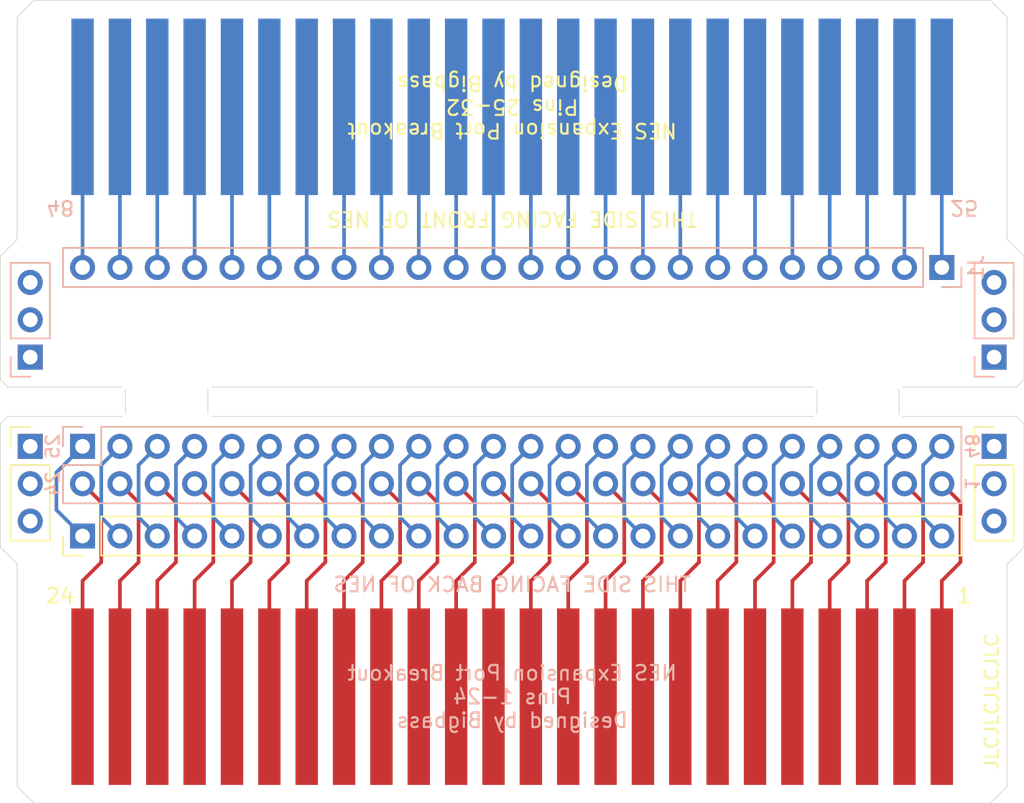
<source format=kicad_pcb>
(kicad_pcb (version 20171130) (host pcbnew 5.1.10-88a1d61d58~88~ubuntu20.04.1)

  (general
    (thickness 1.6)
    (drawings 45)
    (tracks 192)
    (zones 0)
    (modules 11)
    (nets 55)
  )

  (page A4)
  (layers
    (0 F.Cu signal)
    (31 B.Cu signal)
    (32 B.Adhes user)
    (33 F.Adhes user)
    (34 B.Paste user)
    (35 F.Paste user)
    (36 B.SilkS user)
    (37 F.SilkS user)
    (38 B.Mask user)
    (39 F.Mask user)
    (40 Dwgs.User user)
    (41 Cmts.User user)
    (42 Eco1.User user)
    (43 Eco2.User user)
    (44 Edge.Cuts user)
    (45 Margin user)
    (46 B.CrtYd user)
    (47 F.CrtYd user)
    (48 B.Fab user hide)
    (49 F.Fab user hide)
  )

  (setup
    (last_trace_width 0.25)
    (trace_clearance 0.2)
    (zone_clearance 0.508)
    (zone_45_only no)
    (trace_min 0.2)
    (via_size 0.8)
    (via_drill 0.4)
    (via_min_size 0.4)
    (via_min_drill 0.3)
    (uvia_size 0.3)
    (uvia_drill 0.1)
    (uvias_allowed no)
    (uvia_min_size 0.2)
    (uvia_min_drill 0.1)
    (edge_width 0.05)
    (segment_width 0.2)
    (pcb_text_width 0.3)
    (pcb_text_size 1.5 1.5)
    (mod_edge_width 0.12)
    (mod_text_size 1 1)
    (mod_text_width 0.15)
    (pad_size 1.524 1.524)
    (pad_drill 0.762)
    (pad_to_mask_clearance 0)
    (aux_axis_origin 99.822 58.166)
    (grid_origin 99.822 58.166)
    (visible_elements FFFFE77F)
    (pcbplotparams
      (layerselection 0x010fc_ffffffff)
      (usegerberextensions true)
      (usegerberattributes true)
      (usegerberadvancedattributes false)
      (creategerberjobfile false)
      (excludeedgelayer true)
      (linewidth 0.100000)
      (plotframeref false)
      (viasonmask false)
      (mode 1)
      (useauxorigin false)
      (hpglpennumber 1)
      (hpglpenspeed 20)
      (hpglpendiameter 15.000000)
      (psnegative false)
      (psa4output false)
      (plotreference true)
      (plotvalue false)
      (plotinvisibletext false)
      (padsonsilk false)
      (subtractmaskfromsilk true)
      (outputformat 1)
      (mirror false)
      (drillshape 0)
      (scaleselection 1)
      (outputdirectory "output"))
  )

  (net 0 "")
  (net 1 EXP01)
  (net 2 EXP02)
  (net 3 EXP03)
  (net 4 EXP04)
  (net 5 EXP05)
  (net 6 EXP06)
  (net 7 EXP07)
  (net 8 EXP08)
  (net 9 EXP09)
  (net 10 EXP10)
  (net 11 EXP11)
  (net 12 EXP12)
  (net 13 EXP13)
  (net 14 EXP14)
  (net 15 EXP15)
  (net 16 EXP16)
  (net 17 EXP17)
  (net 18 EXP18)
  (net 19 EXP19)
  (net 20 EXP20)
  (net 21 EXP21)
  (net 22 EXP22)
  (net 23 EXP23)
  (net 24 EXP24)
  (net 25 EXP48)
  (net 26 EXP47)
  (net 27 EXP46)
  (net 28 EXP45)
  (net 29 EXP44)
  (net 30 EXP43)
  (net 31 EXP42)
  (net 32 EXP41)
  (net 33 EXP40)
  (net 34 EXP39)
  (net 35 EXP38)
  (net 36 EXP37)
  (net 37 EXP36)
  (net 38 EXP35)
  (net 39 EXP34)
  (net 40 EXP33)
  (net 41 EXP32)
  (net 42 EXP31)
  (net 43 EXP30)
  (net 44 EXP29)
  (net 45 EXP28)
  (net 46 EXP27)
  (net 47 EXP26)
  (net 48 EXP25)
  (net 49 "Net-(J5-Pad3)")
  (net 50 "Net-(J5-Pad2)")
  (net 51 "Net-(J5-Pad1)")
  (net 52 "Net-(J6-Pad3)")
  (net 53 "Net-(J6-Pad2)")
  (net 54 "Net-(J6-Pad1)")

  (net_class Default "This is the default net class."
    (clearance 0.2)
    (trace_width 0.25)
    (via_dia 0.8)
    (via_drill 0.4)
    (uvia_dia 0.3)
    (uvia_drill 0.1)
    (add_net EXP01)
    (add_net EXP02)
    (add_net EXP03)
    (add_net EXP04)
    (add_net EXP05)
    (add_net EXP06)
    (add_net EXP07)
    (add_net EXP08)
    (add_net EXP09)
    (add_net EXP10)
    (add_net EXP11)
    (add_net EXP12)
    (add_net EXP13)
    (add_net EXP14)
    (add_net EXP15)
    (add_net EXP16)
    (add_net EXP17)
    (add_net EXP18)
    (add_net EXP19)
    (add_net EXP20)
    (add_net EXP21)
    (add_net EXP22)
    (add_net EXP23)
    (add_net EXP24)
    (add_net EXP25)
    (add_net EXP26)
    (add_net EXP27)
    (add_net EXP28)
    (add_net EXP29)
    (add_net EXP30)
    (add_net EXP31)
    (add_net EXP32)
    (add_net EXP33)
    (add_net EXP34)
    (add_net EXP35)
    (add_net EXP36)
    (add_net EXP37)
    (add_net EXP38)
    (add_net EXP39)
    (add_net EXP40)
    (add_net EXP41)
    (add_net EXP42)
    (add_net EXP43)
    (add_net EXP44)
    (add_net EXP45)
    (add_net EXP46)
    (add_net EXP47)
    (add_net EXP48)
    (add_net "Net-(J5-Pad1)")
    (add_net "Net-(J5-Pad2)")
    (add_net "Net-(J5-Pad3)")
    (add_net "Net-(J6-Pad1)")
    (add_net "Net-(J6-Pad2)")
    (add_net "Net-(J6-Pad3)")
  )

  (module nes-expansion-port:BreakawayTab_W5.00mm_P0.80mm_D0.50mm (layer F.Cu) (tedit 60D3A857) (tstamp 60D40C99)
    (at 160.422 58.266 180)
    (fp_text reference REF** (at 2.8 1.1) (layer F.SilkS) hide
      (effects (font (size 1 1) (thickness 0.15)))
    )
    (fp_text value BreakawayTab_W5.00mm_P0.80mm_D0.50mm (at 0 -1.5) (layer F.Fab)
      (effects (font (size 1 1) (thickness 0.15)))
    )
    (fp_line (start 6 0.1) (end -0.3 0.1) (layer Dwgs.User) (width 0.12))
    (fp_line (start -0.3 2.1) (end 6 2.1) (layer Dwgs.User) (width 0.12))
    (pad "" np_thru_hole circle (at 0 0 180) (size 0.5 0.5) (drill 0.5) (layers *.Cu *.Mask))
    (pad "" np_thru_hole circle (at 0.8 0 180) (size 0.5 0.5) (drill 0.5) (layers *.Cu *.Mask))
    (pad "" np_thru_hole circle (at 1.6 0 180) (size 0.5 0.5) (drill 0.5) (layers *.Cu *.Mask))
    (pad "" np_thru_hole circle (at 2.4 0 180) (size 0.5 0.5) (drill 0.5) (layers *.Cu *.Mask))
    (pad "" np_thru_hole circle (at 3.2 0 180) (size 0.5 0.5) (drill 0.5) (layers *.Cu *.Mask))
    (pad "" np_thru_hole circle (at 4 0 180) (size 0.5 0.5) (drill 0.5) (layers *.Cu *.Mask))
    (pad "" np_thru_hole circle (at 4.8 0 180) (size 0.5 0.5) (drill 0.5) (layers *.Cu *.Mask))
    (pad "" np_thru_hole circle (at 5.6 0 180) (size 0.5 0.5) (drill 0.5) (layers *.Cu *.Mask))
    (pad "" np_thru_hole circle (at 5.6 2.2 180) (size 0.5 0.5) (drill 0.5) (layers *.Cu *.Mask))
    (pad "" np_thru_hole circle (at 4.8 2.2 180) (size 0.5 0.5) (drill 0.5) (layers *.Cu *.Mask))
    (pad "" np_thru_hole circle (at 4 2.2 180) (size 0.5 0.5) (drill 0.5) (layers *.Cu *.Mask))
    (pad "" np_thru_hole circle (at 3.2 2.2 180) (size 0.5 0.5) (drill 0.5) (layers *.Cu *.Mask))
    (pad "" np_thru_hole circle (at 0 2.2 180) (size 0.5 0.5) (drill 0.5) (layers *.Cu *.Mask))
    (pad "" np_thru_hole circle (at 0.8 2.2 180) (size 0.5 0.5) (drill 0.5) (layers *.Cu *.Mask))
    (pad "" np_thru_hole circle (at 1.6 2.2 180) (size 0.5 0.5) (drill 0.5) (layers *.Cu *.Mask))
    (pad "" np_thru_hole circle (at 2.4 2.2 180) (size 0.5 0.5) (drill 0.5) (layers *.Cu *.Mask))
  )

  (module nes-expansion-port:BreakawayTab_W5.00mm_P0.80mm_D0.50mm (layer F.Cu) (tedit 60D3A857) (tstamp 60D40BEF)
    (at 107.822 56.066)
    (fp_text reference REF** (at 2.8 1.1) (layer F.SilkS) hide
      (effects (font (size 1 1) (thickness 0.15)))
    )
    (fp_text value BreakawayTab_W5.00mm_P0.80mm_D0.50mm (at 0 -1.5) (layer F.Fab)
      (effects (font (size 1 1) (thickness 0.15)))
    )
    (fp_line (start 6 0.1) (end -0.3 0.1) (layer Dwgs.User) (width 0.12))
    (fp_line (start -0.3 2.1) (end 6 2.1) (layer Dwgs.User) (width 0.12))
    (pad "" np_thru_hole circle (at 0 0) (size 0.5 0.5) (drill 0.5) (layers *.Cu *.Mask))
    (pad "" np_thru_hole circle (at 0.8 0) (size 0.5 0.5) (drill 0.5) (layers *.Cu *.Mask))
    (pad "" np_thru_hole circle (at 1.6 0) (size 0.5 0.5) (drill 0.5) (layers *.Cu *.Mask))
    (pad "" np_thru_hole circle (at 2.4 0) (size 0.5 0.5) (drill 0.5) (layers *.Cu *.Mask))
    (pad "" np_thru_hole circle (at 3.2 0) (size 0.5 0.5) (drill 0.5) (layers *.Cu *.Mask))
    (pad "" np_thru_hole circle (at 4 0) (size 0.5 0.5) (drill 0.5) (layers *.Cu *.Mask))
    (pad "" np_thru_hole circle (at 4.8 0) (size 0.5 0.5) (drill 0.5) (layers *.Cu *.Mask))
    (pad "" np_thru_hole circle (at 5.6 0) (size 0.5 0.5) (drill 0.5) (layers *.Cu *.Mask))
    (pad "" np_thru_hole circle (at 5.6 2.2) (size 0.5 0.5) (drill 0.5) (layers *.Cu *.Mask))
    (pad "" np_thru_hole circle (at 4.8 2.2) (size 0.5 0.5) (drill 0.5) (layers *.Cu *.Mask))
    (pad "" np_thru_hole circle (at 4 2.2) (size 0.5 0.5) (drill 0.5) (layers *.Cu *.Mask))
    (pad "" np_thru_hole circle (at 3.2 2.2) (size 0.5 0.5) (drill 0.5) (layers *.Cu *.Mask))
    (pad "" np_thru_hole circle (at 0 2.2) (size 0.5 0.5) (drill 0.5) (layers *.Cu *.Mask))
    (pad "" np_thru_hole circle (at 0.8 2.2) (size 0.5 0.5) (drill 0.5) (layers *.Cu *.Mask))
    (pad "" np_thru_hole circle (at 1.6 2.2) (size 0.5 0.5) (drill 0.5) (layers *.Cu *.Mask))
    (pad "" np_thru_hole circle (at 2.4 2.2) (size 0.5 0.5) (drill 0.5) (layers *.Cu *.Mask))
  )

  (module Connector_PinHeader_2.54mm:PinHeader_1x24_P2.54mm_Vertical (layer B.Cu) (tedit 59FED5CC) (tstamp 60D40E07)
    (at 163.322 48.036 90)
    (descr "Through hole straight pin header, 1x24, 2.54mm pitch, single row")
    (tags "Through hole pin header THT 1x24 2.54mm single row")
    (path /60D76D30)
    (fp_text reference J1 (at 0 2.33 270) (layer B.SilkS)
      (effects (font (size 1 1) (thickness 0.15)) (justify mirror))
    )
    (fp_text value Bridge_Connector (at 0 -60.75 270) (layer B.Fab)
      (effects (font (size 1 1) (thickness 0.15)) (justify mirror))
    )
    (fp_line (start -0.635 1.27) (end 1.27 1.27) (layer B.Fab) (width 0.1))
    (fp_line (start 1.27 1.27) (end 1.27 -59.69) (layer B.Fab) (width 0.1))
    (fp_line (start 1.27 -59.69) (end -1.27 -59.69) (layer B.Fab) (width 0.1))
    (fp_line (start -1.27 -59.69) (end -1.27 0.635) (layer B.Fab) (width 0.1))
    (fp_line (start -1.27 0.635) (end -0.635 1.27) (layer B.Fab) (width 0.1))
    (fp_line (start -1.33 -59.75) (end 1.33 -59.75) (layer B.SilkS) (width 0.12))
    (fp_line (start -1.33 -1.27) (end -1.33 -59.75) (layer B.SilkS) (width 0.12))
    (fp_line (start 1.33 -1.27) (end 1.33 -59.75) (layer B.SilkS) (width 0.12))
    (fp_line (start -1.33 -1.27) (end 1.33 -1.27) (layer B.SilkS) (width 0.12))
    (fp_line (start -1.33 0) (end -1.33 1.33) (layer B.SilkS) (width 0.12))
    (fp_line (start -1.33 1.33) (end 0 1.33) (layer B.SilkS) (width 0.12))
    (fp_line (start -1.8 1.8) (end -1.8 -60.2) (layer B.CrtYd) (width 0.05))
    (fp_line (start -1.8 -60.2) (end 1.8 -60.2) (layer B.CrtYd) (width 0.05))
    (fp_line (start 1.8 -60.2) (end 1.8 1.8) (layer B.CrtYd) (width 0.05))
    (fp_line (start 1.8 1.8) (end -1.8 1.8) (layer B.CrtYd) (width 0.05))
    (fp_text user %R (at 0 -29.21) (layer B.Fab)
      (effects (font (size 1 1) (thickness 0.15)) (justify mirror))
    )
    (pad 24 thru_hole oval (at 0 -58.42 90) (size 1.7 1.7) (drill 1) (layers *.Cu *.Mask)
      (net 48 EXP25))
    (pad 23 thru_hole oval (at 0 -55.88 90) (size 1.7 1.7) (drill 1) (layers *.Cu *.Mask)
      (net 47 EXP26))
    (pad 22 thru_hole oval (at 0 -53.34 90) (size 1.7 1.7) (drill 1) (layers *.Cu *.Mask)
      (net 46 EXP27))
    (pad 21 thru_hole oval (at 0 -50.8 90) (size 1.7 1.7) (drill 1) (layers *.Cu *.Mask)
      (net 45 EXP28))
    (pad 20 thru_hole oval (at 0 -48.26 90) (size 1.7 1.7) (drill 1) (layers *.Cu *.Mask)
      (net 44 EXP29))
    (pad 19 thru_hole oval (at 0 -45.72 90) (size 1.7 1.7) (drill 1) (layers *.Cu *.Mask)
      (net 43 EXP30))
    (pad 18 thru_hole oval (at 0 -43.18 90) (size 1.7 1.7) (drill 1) (layers *.Cu *.Mask)
      (net 42 EXP31))
    (pad 17 thru_hole oval (at 0 -40.64 90) (size 1.7 1.7) (drill 1) (layers *.Cu *.Mask)
      (net 41 EXP32))
    (pad 16 thru_hole oval (at 0 -38.1 90) (size 1.7 1.7) (drill 1) (layers *.Cu *.Mask)
      (net 40 EXP33))
    (pad 15 thru_hole oval (at 0 -35.56 90) (size 1.7 1.7) (drill 1) (layers *.Cu *.Mask)
      (net 39 EXP34))
    (pad 14 thru_hole oval (at 0 -33.02 90) (size 1.7 1.7) (drill 1) (layers *.Cu *.Mask)
      (net 38 EXP35))
    (pad 13 thru_hole oval (at 0 -30.48 90) (size 1.7 1.7) (drill 1) (layers *.Cu *.Mask)
      (net 37 EXP36))
    (pad 12 thru_hole oval (at 0 -27.94 90) (size 1.7 1.7) (drill 1) (layers *.Cu *.Mask)
      (net 36 EXP37))
    (pad 11 thru_hole oval (at 0 -25.4 90) (size 1.7 1.7) (drill 1) (layers *.Cu *.Mask)
      (net 35 EXP38))
    (pad 10 thru_hole oval (at 0 -22.86 90) (size 1.7 1.7) (drill 1) (layers *.Cu *.Mask)
      (net 34 EXP39))
    (pad 9 thru_hole oval (at 0 -20.32 90) (size 1.7 1.7) (drill 1) (layers *.Cu *.Mask)
      (net 33 EXP40))
    (pad 8 thru_hole oval (at 0 -17.78 90) (size 1.7 1.7) (drill 1) (layers *.Cu *.Mask)
      (net 32 EXP41))
    (pad 7 thru_hole oval (at 0 -15.24 90) (size 1.7 1.7) (drill 1) (layers *.Cu *.Mask)
      (net 31 EXP42))
    (pad 6 thru_hole oval (at 0 -12.7 90) (size 1.7 1.7) (drill 1) (layers *.Cu *.Mask)
      (net 30 EXP43))
    (pad 5 thru_hole oval (at 0 -10.16 90) (size 1.7 1.7) (drill 1) (layers *.Cu *.Mask)
      (net 29 EXP44))
    (pad 4 thru_hole oval (at 0 -7.62 90) (size 1.7 1.7) (drill 1) (layers *.Cu *.Mask)
      (net 28 EXP45))
    (pad 3 thru_hole oval (at 0 -5.08 90) (size 1.7 1.7) (drill 1) (layers *.Cu *.Mask)
      (net 27 EXP46))
    (pad 2 thru_hole oval (at 0 -2.54 90) (size 1.7 1.7) (drill 1) (layers *.Cu *.Mask)
      (net 26 EXP47))
    (pad 1 thru_hole rect (at 0 0 90) (size 1.7 1.7) (drill 1) (layers *.Cu *.Mask)
      (net 25 EXP48))
    (model ${KISYS3DMOD}/Connector_PinHeader_2.54mm.3dshapes/PinHeader_1x24_P2.54mm_Vertical.wrl
      (at (xyz 0 0 0))
      (scale (xyz 1 1 1))
      (rotate (xyz 0 0 0))
    )
  )

  (module Connector_PinHeader_2.54mm:PinHeader_1x03_P2.54mm_Vertical (layer B.Cu) (tedit 59FED5CC) (tstamp 60D40E73)
    (at 101.346 54.132)
    (descr "Through hole straight pin header, 1x03, 2.54mm pitch, single row")
    (tags "Through hole pin header THT 1x03 2.54mm single row")
    (path /60EE6FBD)
    (fp_text reference J5 (at 0 2.33) (layer B.SilkS) hide
      (effects (font (size 1 1) (thickness 0.15)) (justify mirror))
    )
    (fp_text value Supports (at 0 -7.41) (layer B.Fab)
      (effects (font (size 1 1) (thickness 0.15)) (justify mirror))
    )
    (fp_line (start 1.8 1.8) (end -1.8 1.8) (layer B.CrtYd) (width 0.05))
    (fp_line (start 1.8 -6.85) (end 1.8 1.8) (layer B.CrtYd) (width 0.05))
    (fp_line (start -1.8 -6.85) (end 1.8 -6.85) (layer B.CrtYd) (width 0.05))
    (fp_line (start -1.8 1.8) (end -1.8 -6.85) (layer B.CrtYd) (width 0.05))
    (fp_line (start -1.33 1.33) (end 0 1.33) (layer B.SilkS) (width 0.12))
    (fp_line (start -1.33 0) (end -1.33 1.33) (layer B.SilkS) (width 0.12))
    (fp_line (start -1.33 -1.27) (end 1.33 -1.27) (layer B.SilkS) (width 0.12))
    (fp_line (start 1.33 -1.27) (end 1.33 -6.41) (layer B.SilkS) (width 0.12))
    (fp_line (start -1.33 -1.27) (end -1.33 -6.41) (layer B.SilkS) (width 0.12))
    (fp_line (start -1.33 -6.41) (end 1.33 -6.41) (layer B.SilkS) (width 0.12))
    (fp_line (start -1.27 0.635) (end -0.635 1.27) (layer B.Fab) (width 0.1))
    (fp_line (start -1.27 -6.35) (end -1.27 0.635) (layer B.Fab) (width 0.1))
    (fp_line (start 1.27 -6.35) (end -1.27 -6.35) (layer B.Fab) (width 0.1))
    (fp_line (start 1.27 1.27) (end 1.27 -6.35) (layer B.Fab) (width 0.1))
    (fp_line (start -0.635 1.27) (end 1.27 1.27) (layer B.Fab) (width 0.1))
    (fp_text user %R (at 0 -2.54 270) (layer B.Fab)
      (effects (font (size 1 1) (thickness 0.15)) (justify mirror))
    )
    (pad 1 thru_hole rect (at 0 0) (size 1.7 1.7) (drill 1) (layers *.Cu *.Mask)
      (net 51 "Net-(J5-Pad1)"))
    (pad 2 thru_hole oval (at 0 -2.54) (size 1.7 1.7) (drill 1) (layers *.Cu *.Mask)
      (net 50 "Net-(J5-Pad2)"))
    (pad 3 thru_hole oval (at 0 -5.08) (size 1.7 1.7) (drill 1) (layers *.Cu *.Mask)
      (net 49 "Net-(J5-Pad3)"))
    (model ${KISYS3DMOD}/Connector_PinHeader_2.54mm.3dshapes/PinHeader_1x03_P2.54mm_Vertical.wrl
      (at (xyz 0 0 0))
      (scale (xyz 1 1 1))
      (rotate (xyz 0 0 0))
    )
  )

  (module Connector_PinHeader_2.54mm:PinHeader_1x03_P2.54mm_Vertical (layer B.Cu) (tedit 59FED5CC) (tstamp 60D40F1B)
    (at 166.878 54.132)
    (descr "Through hole straight pin header, 1x03, 2.54mm pitch, single row")
    (tags "Through hole pin header THT 1x03 2.54mm single row")
    (path /60EFADA8)
    (fp_text reference J6 (at 0 2.33) (layer B.SilkS) hide
      (effects (font (size 1 1) (thickness 0.15)) (justify mirror))
    )
    (fp_text value Supports (at 0 -7.41) (layer B.Fab)
      (effects (font (size 1 1) (thickness 0.15)) (justify mirror))
    )
    (fp_line (start 1.8 1.8) (end -1.8 1.8) (layer B.CrtYd) (width 0.05))
    (fp_line (start 1.8 -6.85) (end 1.8 1.8) (layer B.CrtYd) (width 0.05))
    (fp_line (start -1.8 -6.85) (end 1.8 -6.85) (layer B.CrtYd) (width 0.05))
    (fp_line (start -1.8 1.8) (end -1.8 -6.85) (layer B.CrtYd) (width 0.05))
    (fp_line (start -1.33 1.33) (end 0 1.33) (layer B.SilkS) (width 0.12))
    (fp_line (start -1.33 0) (end -1.33 1.33) (layer B.SilkS) (width 0.12))
    (fp_line (start -1.33 -1.27) (end 1.33 -1.27) (layer B.SilkS) (width 0.12))
    (fp_line (start 1.33 -1.27) (end 1.33 -6.41) (layer B.SilkS) (width 0.12))
    (fp_line (start -1.33 -1.27) (end -1.33 -6.41) (layer B.SilkS) (width 0.12))
    (fp_line (start -1.33 -6.41) (end 1.33 -6.41) (layer B.SilkS) (width 0.12))
    (fp_line (start -1.27 0.635) (end -0.635 1.27) (layer B.Fab) (width 0.1))
    (fp_line (start -1.27 -6.35) (end -1.27 0.635) (layer B.Fab) (width 0.1))
    (fp_line (start 1.27 -6.35) (end -1.27 -6.35) (layer B.Fab) (width 0.1))
    (fp_line (start 1.27 1.27) (end 1.27 -6.35) (layer B.Fab) (width 0.1))
    (fp_line (start -0.635 1.27) (end 1.27 1.27) (layer B.Fab) (width 0.1))
    (fp_text user %R (at 0 -2.54 270) (layer B.Fab)
      (effects (font (size 1 1) (thickness 0.15)) (justify mirror))
    )
    (pad 1 thru_hole rect (at 0 0) (size 1.7 1.7) (drill 1) (layers *.Cu *.Mask)
      (net 54 "Net-(J6-Pad1)"))
    (pad 2 thru_hole oval (at 0 -2.54) (size 1.7 1.7) (drill 1) (layers *.Cu *.Mask)
      (net 53 "Net-(J6-Pad2)"))
    (pad 3 thru_hole oval (at 0 -5.08) (size 1.7 1.7) (drill 1) (layers *.Cu *.Mask)
      (net 52 "Net-(J6-Pad3)"))
    (model ${KISYS3DMOD}/Connector_PinHeader_2.54mm.3dshapes/PinHeader_1x03_P2.54mm_Vertical.wrl
      (at (xyz 0 0 0))
      (scale (xyz 1 1 1))
      (rotate (xyz 0 0 0))
    )
  )

  (module nes-expansion-port:PortEdges24 (layer B.Cu) (tedit 60D2E533) (tstamp 60D40F62)
    (at 134.112 37.114)
    (path /60DF1AA0)
    (fp_text reference J3 (at 0 6.985) (layer B.SilkS) hide
      (effects (font (size 1 1) (thickness 0.15)) (justify mirror))
    )
    (fp_text value Gold_Fingers_25-32 (at 0 7.62) (layer B.Fab)
      (effects (font (size 1 1) (thickness 0.15)) (justify mirror))
    )
    (pad 1 smd rect (at -29.21 0) (size 1.524 12) (layers B.Cu B.Paste B.Mask)
      (net 48 EXP25))
    (pad 2 smd rect (at -26.67 0) (size 1.524 12) (layers B.Cu B.Paste B.Mask)
      (net 47 EXP26))
    (pad 3 smd rect (at -24.13 0) (size 1.524 12) (layers B.Cu B.Paste B.Mask)
      (net 46 EXP27))
    (pad 4 smd rect (at -21.59 0) (size 1.524 12) (layers B.Cu B.Paste B.Mask)
      (net 45 EXP28))
    (pad 5 smd rect (at -19.05 0) (size 1.524 12) (layers B.Cu B.Paste B.Mask)
      (net 44 EXP29))
    (pad 6 smd rect (at -16.51 0) (size 1.524 12) (layers B.Cu B.Paste B.Mask)
      (net 43 EXP30))
    (pad 7 smd rect (at -13.97 0) (size 1.524 12) (layers B.Cu B.Paste B.Mask)
      (net 42 EXP31))
    (pad 8 smd rect (at -11.43 0) (size 1.524 12) (layers B.Cu B.Paste B.Mask)
      (net 41 EXP32))
    (pad 9 smd rect (at -8.89 0) (size 1.524 12) (layers B.Cu B.Paste B.Mask)
      (net 40 EXP33))
    (pad 10 smd rect (at -6.35 0) (size 1.524 12) (layers B.Cu B.Paste B.Mask)
      (net 39 EXP34))
    (pad 11 smd rect (at -3.81 0) (size 1.524 12) (layers B.Cu B.Paste B.Mask)
      (net 38 EXP35))
    (pad 12 smd rect (at -1.27 0) (size 1.524 12) (layers B.Cu B.Paste B.Mask)
      (net 37 EXP36))
    (pad 13 smd rect (at 1.27 0) (size 1.524 12) (layers B.Cu B.Paste B.Mask)
      (net 36 EXP37))
    (pad 14 smd rect (at 3.81 0) (size 1.524 12) (layers B.Cu B.Paste B.Mask)
      (net 35 EXP38))
    (pad 15 smd rect (at 6.35 0) (size 1.524 12) (layers B.Cu B.Paste B.Mask)
      (net 34 EXP39))
    (pad 16 smd rect (at 8.89 0) (size 1.524 12) (layers B.Cu B.Paste B.Mask)
      (net 33 EXP40))
    (pad 17 smd rect (at 11.43 0) (size 1.524 12) (layers B.Cu B.Paste B.Mask)
      (net 32 EXP41))
    (pad 18 smd rect (at 13.97 0) (size 1.524 12) (layers B.Cu B.Paste B.Mask)
      (net 31 EXP42))
    (pad 19 smd rect (at 16.51 0) (size 1.524 12) (layers B.Cu B.Paste B.Mask)
      (net 30 EXP43))
    (pad 20 smd rect (at 19.05 0) (size 1.524 12) (layers B.Cu B.Paste B.Mask)
      (net 29 EXP44))
    (pad 21 smd rect (at 21.59 0) (size 1.524 12) (layers B.Cu B.Paste B.Mask)
      (net 28 EXP45))
    (pad 22 smd rect (at 24.13 0) (size 1.524 12) (layers B.Cu B.Paste B.Mask)
      (net 27 EXP46))
    (pad 23 smd rect (at 26.67 0) (size 1.524 12) (layers B.Cu B.Paste B.Mask)
      (net 26 EXP47))
    (pad 24 smd rect (at 29.21 0) (size 1.524 12) (layers B.Cu B.Paste B.Mask)
      (net 25 EXP48))
  )

  (module Connector_PinHeader_2.54mm:PinHeader_1x03_P2.54mm_Vertical (layer F.Cu) (tedit 59FED5CC) (tstamp 60D37CAB)
    (at 101.346 60.198)
    (descr "Through hole straight pin header, 1x03, 2.54mm pitch, single row")
    (tags "Through hole pin header THT 1x03 2.54mm single row")
    (path /60EFADA8)
    (fp_text reference J6 (at 0 -2.33) (layer F.SilkS) hide
      (effects (font (size 1 1) (thickness 0.15)))
    )
    (fp_text value Supports (at 0 7.41) (layer F.Fab)
      (effects (font (size 1 1) (thickness 0.15)))
    )
    (fp_line (start 1.8 -1.8) (end -1.8 -1.8) (layer F.CrtYd) (width 0.05))
    (fp_line (start 1.8 6.85) (end 1.8 -1.8) (layer F.CrtYd) (width 0.05))
    (fp_line (start -1.8 6.85) (end 1.8 6.85) (layer F.CrtYd) (width 0.05))
    (fp_line (start -1.8 -1.8) (end -1.8 6.85) (layer F.CrtYd) (width 0.05))
    (fp_line (start -1.33 -1.33) (end 0 -1.33) (layer F.SilkS) (width 0.12))
    (fp_line (start -1.33 0) (end -1.33 -1.33) (layer F.SilkS) (width 0.12))
    (fp_line (start -1.33 1.27) (end 1.33 1.27) (layer F.SilkS) (width 0.12))
    (fp_line (start 1.33 1.27) (end 1.33 6.41) (layer F.SilkS) (width 0.12))
    (fp_line (start -1.33 1.27) (end -1.33 6.41) (layer F.SilkS) (width 0.12))
    (fp_line (start -1.33 6.41) (end 1.33 6.41) (layer F.SilkS) (width 0.12))
    (fp_line (start -1.27 -0.635) (end -0.635 -1.27) (layer F.Fab) (width 0.1))
    (fp_line (start -1.27 6.35) (end -1.27 -0.635) (layer F.Fab) (width 0.1))
    (fp_line (start 1.27 6.35) (end -1.27 6.35) (layer F.Fab) (width 0.1))
    (fp_line (start 1.27 -1.27) (end 1.27 6.35) (layer F.Fab) (width 0.1))
    (fp_line (start -0.635 -1.27) (end 1.27 -1.27) (layer F.Fab) (width 0.1))
    (fp_text user %R (at 0 2.54 90) (layer F.Fab)
      (effects (font (size 1 1) (thickness 0.15)))
    )
    (pad 3 thru_hole oval (at 0 5.08) (size 1.7 1.7) (drill 1) (layers *.Cu *.Mask)
      (net 52 "Net-(J6-Pad3)"))
    (pad 2 thru_hole oval (at 0 2.54) (size 1.7 1.7) (drill 1) (layers *.Cu *.Mask)
      (net 53 "Net-(J6-Pad2)"))
    (pad 1 thru_hole rect (at 0 0) (size 1.7 1.7) (drill 1) (layers *.Cu *.Mask)
      (net 54 "Net-(J6-Pad1)"))
    (model ${KISYS3DMOD}/Connector_PinHeader_2.54mm.3dshapes/PinHeader_1x03_P2.54mm_Vertical.wrl
      (at (xyz 0 0 0))
      (scale (xyz 1 1 1))
      (rotate (xyz 0 0 0))
    )
  )

  (module Connector_PinHeader_2.54mm:PinHeader_1x03_P2.54mm_Vertical (layer F.Cu) (tedit 59FED5CC) (tstamp 60D37A4D)
    (at 166.878 60.198)
    (descr "Through hole straight pin header, 1x03, 2.54mm pitch, single row")
    (tags "Through hole pin header THT 1x03 2.54mm single row")
    (path /60EE6FBD)
    (fp_text reference J5 (at 0 -2.33) (layer F.SilkS) hide
      (effects (font (size 1 1) (thickness 0.15)))
    )
    (fp_text value Supports (at 0 7.41) (layer F.Fab)
      (effects (font (size 1 1) (thickness 0.15)))
    )
    (fp_line (start 1.8 -1.8) (end -1.8 -1.8) (layer F.CrtYd) (width 0.05))
    (fp_line (start 1.8 6.85) (end 1.8 -1.8) (layer F.CrtYd) (width 0.05))
    (fp_line (start -1.8 6.85) (end 1.8 6.85) (layer F.CrtYd) (width 0.05))
    (fp_line (start -1.8 -1.8) (end -1.8 6.85) (layer F.CrtYd) (width 0.05))
    (fp_line (start -1.33 -1.33) (end 0 -1.33) (layer F.SilkS) (width 0.12))
    (fp_line (start -1.33 0) (end -1.33 -1.33) (layer F.SilkS) (width 0.12))
    (fp_line (start -1.33 1.27) (end 1.33 1.27) (layer F.SilkS) (width 0.12))
    (fp_line (start 1.33 1.27) (end 1.33 6.41) (layer F.SilkS) (width 0.12))
    (fp_line (start -1.33 1.27) (end -1.33 6.41) (layer F.SilkS) (width 0.12))
    (fp_line (start -1.33 6.41) (end 1.33 6.41) (layer F.SilkS) (width 0.12))
    (fp_line (start -1.27 -0.635) (end -0.635 -1.27) (layer F.Fab) (width 0.1))
    (fp_line (start -1.27 6.35) (end -1.27 -0.635) (layer F.Fab) (width 0.1))
    (fp_line (start 1.27 6.35) (end -1.27 6.35) (layer F.Fab) (width 0.1))
    (fp_line (start 1.27 -1.27) (end 1.27 6.35) (layer F.Fab) (width 0.1))
    (fp_line (start -0.635 -1.27) (end 1.27 -1.27) (layer F.Fab) (width 0.1))
    (fp_text user %R (at 0 2.54 90) (layer F.Fab)
      (effects (font (size 1 1) (thickness 0.15)))
    )
    (pad 3 thru_hole oval (at 0 5.08) (size 1.7 1.7) (drill 1) (layers *.Cu *.Mask)
      (net 49 "Net-(J5-Pad3)"))
    (pad 2 thru_hole oval (at 0 2.54) (size 1.7 1.7) (drill 1) (layers *.Cu *.Mask)
      (net 50 "Net-(J5-Pad2)"))
    (pad 1 thru_hole rect (at 0 0) (size 1.7 1.7) (drill 1) (layers *.Cu *.Mask)
      (net 51 "Net-(J5-Pad1)"))
    (model ${KISYS3DMOD}/Connector_PinHeader_2.54mm.3dshapes/PinHeader_1x03_P2.54mm_Vertical.wrl
      (at (xyz 0 0 0))
      (scale (xyz 1 1 1))
      (rotate (xyz 0 0 0))
    )
  )

  (module Connector_PinHeader_2.54mm:PinHeader_1x24_P2.54mm_Vertical (layer F.Cu) (tedit 59FED5CC) (tstamp 60D37DBC)
    (at 104.902 66.294 90)
    (descr "Through hole straight pin header, 1x24, 2.54mm pitch, single row")
    (tags "Through hole pin header THT 1x24 2.54mm single row")
    (path /60D76D30)
    (fp_text reference J1 (at 9.398 59.69 90) (layer F.SilkS) hide
      (effects (font (size 1 1) (thickness 0.15)))
    )
    (fp_text value Bridge_Connector (at 0 60.75 90) (layer F.Fab)
      (effects (font (size 1 1) (thickness 0.15)))
    )
    (fp_line (start 1.8 -1.8) (end -1.8 -1.8) (layer F.CrtYd) (width 0.05))
    (fp_line (start 1.8 60.2) (end 1.8 -1.8) (layer F.CrtYd) (width 0.05))
    (fp_line (start -1.8 60.2) (end 1.8 60.2) (layer F.CrtYd) (width 0.05))
    (fp_line (start -1.8 -1.8) (end -1.8 60.2) (layer F.CrtYd) (width 0.05))
    (fp_line (start -1.33 -1.33) (end 0 -1.33) (layer F.SilkS) (width 0.12))
    (fp_line (start -1.33 0) (end -1.33 -1.33) (layer F.SilkS) (width 0.12))
    (fp_line (start -1.33 1.27) (end 1.33 1.27) (layer F.SilkS) (width 0.12))
    (fp_line (start 1.33 1.27) (end 1.33 59.75) (layer F.SilkS) (width 0.12))
    (fp_line (start -1.33 1.27) (end -1.33 59.75) (layer F.SilkS) (width 0.12))
    (fp_line (start -1.33 59.75) (end 1.33 59.75) (layer F.SilkS) (width 0.12))
    (fp_line (start -1.27 -0.635) (end -0.635 -1.27) (layer F.Fab) (width 0.1))
    (fp_line (start -1.27 59.69) (end -1.27 -0.635) (layer F.Fab) (width 0.1))
    (fp_line (start 1.27 59.69) (end -1.27 59.69) (layer F.Fab) (width 0.1))
    (fp_line (start 1.27 -1.27) (end 1.27 59.69) (layer F.Fab) (width 0.1))
    (fp_line (start -0.635 -1.27) (end 1.27 -1.27) (layer F.Fab) (width 0.1))
    (fp_text user %R (at 0 29.21) (layer F.Fab)
      (effects (font (size 1 1) (thickness 0.15)))
    )
    (pad 24 thru_hole oval (at 0 58.42 90) (size 1.7 1.7) (drill 1) (layers *.Cu *.Mask)
      (net 48 EXP25))
    (pad 23 thru_hole oval (at 0 55.88 90) (size 1.7 1.7) (drill 1) (layers *.Cu *.Mask)
      (net 47 EXP26))
    (pad 22 thru_hole oval (at 0 53.34 90) (size 1.7 1.7) (drill 1) (layers *.Cu *.Mask)
      (net 46 EXP27))
    (pad 21 thru_hole oval (at 0 50.8 90) (size 1.7 1.7) (drill 1) (layers *.Cu *.Mask)
      (net 45 EXP28))
    (pad 20 thru_hole oval (at 0 48.26 90) (size 1.7 1.7) (drill 1) (layers *.Cu *.Mask)
      (net 44 EXP29))
    (pad 19 thru_hole oval (at 0 45.72 90) (size 1.7 1.7) (drill 1) (layers *.Cu *.Mask)
      (net 43 EXP30))
    (pad 18 thru_hole oval (at 0 43.18 90) (size 1.7 1.7) (drill 1) (layers *.Cu *.Mask)
      (net 42 EXP31))
    (pad 17 thru_hole oval (at 0 40.64 90) (size 1.7 1.7) (drill 1) (layers *.Cu *.Mask)
      (net 41 EXP32))
    (pad 16 thru_hole oval (at 0 38.1 90) (size 1.7 1.7) (drill 1) (layers *.Cu *.Mask)
      (net 40 EXP33))
    (pad 15 thru_hole oval (at 0 35.56 90) (size 1.7 1.7) (drill 1) (layers *.Cu *.Mask)
      (net 39 EXP34))
    (pad 14 thru_hole oval (at 0 33.02 90) (size 1.7 1.7) (drill 1) (layers *.Cu *.Mask)
      (net 38 EXP35))
    (pad 13 thru_hole oval (at 0 30.48 90) (size 1.7 1.7) (drill 1) (layers *.Cu *.Mask)
      (net 37 EXP36))
    (pad 12 thru_hole oval (at 0 27.94 90) (size 1.7 1.7) (drill 1) (layers *.Cu *.Mask)
      (net 36 EXP37))
    (pad 11 thru_hole oval (at 0 25.4 90) (size 1.7 1.7) (drill 1) (layers *.Cu *.Mask)
      (net 35 EXP38))
    (pad 10 thru_hole oval (at 0 22.86 90) (size 1.7 1.7) (drill 1) (layers *.Cu *.Mask)
      (net 34 EXP39))
    (pad 9 thru_hole oval (at 0 20.32 90) (size 1.7 1.7) (drill 1) (layers *.Cu *.Mask)
      (net 33 EXP40))
    (pad 8 thru_hole oval (at 0 17.78 90) (size 1.7 1.7) (drill 1) (layers *.Cu *.Mask)
      (net 32 EXP41))
    (pad 7 thru_hole oval (at 0 15.24 90) (size 1.7 1.7) (drill 1) (layers *.Cu *.Mask)
      (net 31 EXP42))
    (pad 6 thru_hole oval (at 0 12.7 90) (size 1.7 1.7) (drill 1) (layers *.Cu *.Mask)
      (net 30 EXP43))
    (pad 5 thru_hole oval (at 0 10.16 90) (size 1.7 1.7) (drill 1) (layers *.Cu *.Mask)
      (net 29 EXP44))
    (pad 4 thru_hole oval (at 0 7.62 90) (size 1.7 1.7) (drill 1) (layers *.Cu *.Mask)
      (net 28 EXP45))
    (pad 3 thru_hole oval (at 0 5.08 90) (size 1.7 1.7) (drill 1) (layers *.Cu *.Mask)
      (net 27 EXP46))
    (pad 2 thru_hole oval (at 0 2.54 90) (size 1.7 1.7) (drill 1) (layers *.Cu *.Mask)
      (net 26 EXP47))
    (pad 1 thru_hole rect (at 0 0 90) (size 1.7 1.7) (drill 1) (layers *.Cu *.Mask)
      (net 25 EXP48))
    (model ${KISYS3DMOD}/Connector_PinHeader_2.54mm.3dshapes/PinHeader_1x24_P2.54mm_Vertical.wrl
      (at (xyz 0 0 0))
      (scale (xyz 1 1 1))
      (rotate (xyz 0 0 0))
    )
  )

  (module nes-expansion-port:PortEdges24 (layer F.Cu) (tedit 60D2E533) (tstamp 60D37BED)
    (at 134.112 77.216)
    (path /60DD1B86)
    (fp_text reference J2 (at 0 -6.985) (layer F.SilkS) hide
      (effects (font (size 1 1) (thickness 0.15)))
    )
    (fp_text value Gold_Fingers_1-24 (at 0 -7.62) (layer F.Fab)
      (effects (font (size 1 1) (thickness 0.15)))
    )
    (pad 1 smd rect (at -29.21 0) (size 1.524 12) (layers F.Cu F.Paste F.Mask)
      (net 1 EXP01))
    (pad 2 smd rect (at -26.67 0) (size 1.524 12) (layers F.Cu F.Paste F.Mask)
      (net 2 EXP02))
    (pad 3 smd rect (at -24.13 0) (size 1.524 12) (layers F.Cu F.Paste F.Mask)
      (net 3 EXP03))
    (pad 4 smd rect (at -21.59 0) (size 1.524 12) (layers F.Cu F.Paste F.Mask)
      (net 4 EXP04))
    (pad 5 smd rect (at -19.05 0) (size 1.524 12) (layers F.Cu F.Paste F.Mask)
      (net 5 EXP05))
    (pad 6 smd rect (at -16.51 0) (size 1.524 12) (layers F.Cu F.Paste F.Mask)
      (net 6 EXP06))
    (pad 7 smd rect (at -13.97 0) (size 1.524 12) (layers F.Cu F.Paste F.Mask)
      (net 7 EXP07))
    (pad 8 smd rect (at -11.43 0) (size 1.524 12) (layers F.Cu F.Paste F.Mask)
      (net 8 EXP08))
    (pad 9 smd rect (at -8.89 0) (size 1.524 12) (layers F.Cu F.Paste F.Mask)
      (net 9 EXP09))
    (pad 10 smd rect (at -6.35 0) (size 1.524 12) (layers F.Cu F.Paste F.Mask)
      (net 10 EXP10))
    (pad 11 smd rect (at -3.81 0) (size 1.524 12) (layers F.Cu F.Paste F.Mask)
      (net 11 EXP11))
    (pad 12 smd rect (at -1.27 0) (size 1.524 12) (layers F.Cu F.Paste F.Mask)
      (net 12 EXP12))
    (pad 13 smd rect (at 1.27 0) (size 1.524 12) (layers F.Cu F.Paste F.Mask)
      (net 13 EXP13))
    (pad 14 smd rect (at 3.81 0) (size 1.524 12) (layers F.Cu F.Paste F.Mask)
      (net 14 EXP14))
    (pad 15 smd rect (at 6.35 0) (size 1.524 12) (layers F.Cu F.Paste F.Mask)
      (net 15 EXP15))
    (pad 16 smd rect (at 8.89 0) (size 1.524 12) (layers F.Cu F.Paste F.Mask)
      (net 16 EXP16))
    (pad 17 smd rect (at 11.43 0) (size 1.524 12) (layers F.Cu F.Paste F.Mask)
      (net 17 EXP17))
    (pad 18 smd rect (at 13.97 0) (size 1.524 12) (layers F.Cu F.Paste F.Mask)
      (net 18 EXP18))
    (pad 19 smd rect (at 16.51 0) (size 1.524 12) (layers F.Cu F.Paste F.Mask)
      (net 19 EXP19))
    (pad 20 smd rect (at 19.05 0) (size 1.524 12) (layers F.Cu F.Paste F.Mask)
      (net 20 EXP20))
    (pad 21 smd rect (at 21.59 0) (size 1.524 12) (layers F.Cu F.Paste F.Mask)
      (net 21 EXP21))
    (pad 22 smd rect (at 24.13 0) (size 1.524 12) (layers F.Cu F.Paste F.Mask)
      (net 22 EXP22))
    (pad 23 smd rect (at 26.67 0) (size 1.524 12) (layers F.Cu F.Paste F.Mask)
      (net 23 EXP23))
    (pad 24 smd rect (at 29.21 0) (size 1.524 12) (layers F.Cu F.Paste F.Mask)
      (net 24 EXP24))
  )

  (module nes-expansion-port:PinHeader_2x24_P2.54mm_Vertical_Ordered (layer B.Cu) (tedit 60D2F4A9) (tstamp 60D399D7)
    (at 104.902 60.198 270)
    (descr "Through hole straight pin header, 2x24, 2.54mm pitch, double rows")
    (tags "Through hole pin header THT 2x24 2.54mm double row")
    (path /60D7AA13)
    (fp_text reference J4 (at 1.27 2.33 270) (layer B.SilkS) hide
      (effects (font (size 1 1) (thickness 0.15)) (justify mirror))
    )
    (fp_text value Breakout_Connector (at 1.27 -60.75 270) (layer B.Fab)
      (effects (font (size 1 1) (thickness 0.15)) (justify mirror))
    )
    (fp_line (start 0 1.27) (end 3.81 1.27) (layer B.Fab) (width 0.1))
    (fp_line (start 3.81 1.27) (end 3.81 -59.69) (layer B.Fab) (width 0.1))
    (fp_line (start 3.81 -59.69) (end -1.27 -59.69) (layer B.Fab) (width 0.1))
    (fp_line (start -1.27 -59.69) (end -1.27 0) (layer B.Fab) (width 0.1))
    (fp_line (start -1.27 0) (end 0 1.27) (layer B.Fab) (width 0.1))
    (fp_line (start -1.33 -59.75) (end 3.87 -59.75) (layer B.SilkS) (width 0.12))
    (fp_line (start -1.33 -1.27) (end -1.33 -59.75) (layer B.SilkS) (width 0.12))
    (fp_line (start 3.87 1.33) (end 3.87 -59.75) (layer B.SilkS) (width 0.12))
    (fp_line (start -1.33 -1.27) (end 1.27 -1.27) (layer B.SilkS) (width 0.12))
    (fp_line (start 1.27 -1.27) (end 1.27 1.33) (layer B.SilkS) (width 0.12))
    (fp_line (start 1.27 1.33) (end 3.87 1.33) (layer B.SilkS) (width 0.12))
    (fp_line (start -1.33 0) (end -1.33 1.33) (layer B.SilkS) (width 0.12))
    (fp_line (start -1.33 1.33) (end 0 1.33) (layer B.SilkS) (width 0.12))
    (fp_line (start -1.8 1.8) (end -1.8 -60.2) (layer B.CrtYd) (width 0.05))
    (fp_line (start -1.8 -60.2) (end 4.35 -60.2) (layer B.CrtYd) (width 0.05))
    (fp_line (start 4.35 -60.2) (end 4.35 1.8) (layer B.CrtYd) (width 0.05))
    (fp_line (start 4.35 1.8) (end -1.8 1.8) (layer B.CrtYd) (width 0.05))
    (fp_text user %R (at 1.27 -29.21) (layer B.Fab)
      (effects (font (size 1 1) (thickness 0.15)) (justify mirror))
    )
    (pad 1 thru_hole rect (at 0 0 270) (size 1.7 1.7) (drill 1) (layers *.Cu *.Mask)
      (net 25 EXP48))
    (pad 48 thru_hole oval (at 2.54 0 270) (size 1.7 1.7) (drill 1) (layers *.Cu *.Mask)
      (net 1 EXP01))
    (pad 2 thru_hole oval (at 0 -2.54 270) (size 1.7 1.7) (drill 1) (layers *.Cu *.Mask)
      (net 26 EXP47))
    (pad 47 thru_hole oval (at 2.54 -2.54 270) (size 1.7 1.7) (drill 1) (layers *.Cu *.Mask)
      (net 2 EXP02))
    (pad 3 thru_hole oval (at 0 -5.08 270) (size 1.7 1.7) (drill 1) (layers *.Cu *.Mask)
      (net 27 EXP46))
    (pad 46 thru_hole oval (at 2.54 -5.08 270) (size 1.7 1.7) (drill 1) (layers *.Cu *.Mask)
      (net 3 EXP03))
    (pad 4 thru_hole oval (at 0 -7.62 270) (size 1.7 1.7) (drill 1) (layers *.Cu *.Mask)
      (net 28 EXP45))
    (pad 45 thru_hole oval (at 2.54 -7.62 270) (size 1.7 1.7) (drill 1) (layers *.Cu *.Mask)
      (net 4 EXP04))
    (pad 5 thru_hole oval (at 0 -10.16 270) (size 1.7 1.7) (drill 1) (layers *.Cu *.Mask)
      (net 29 EXP44))
    (pad 44 thru_hole oval (at 2.54 -10.16 270) (size 1.7 1.7) (drill 1) (layers *.Cu *.Mask)
      (net 5 EXP05))
    (pad 6 thru_hole oval (at 0 -12.7 270) (size 1.7 1.7) (drill 1) (layers *.Cu *.Mask)
      (net 30 EXP43))
    (pad 43 thru_hole oval (at 2.54 -12.7 270) (size 1.7 1.7) (drill 1) (layers *.Cu *.Mask)
      (net 6 EXP06))
    (pad 7 thru_hole oval (at 0 -15.24 270) (size 1.7 1.7) (drill 1) (layers *.Cu *.Mask)
      (net 31 EXP42))
    (pad 42 thru_hole oval (at 2.54 -15.24 270) (size 1.7 1.7) (drill 1) (layers *.Cu *.Mask)
      (net 7 EXP07))
    (pad 8 thru_hole oval (at 0 -17.78 270) (size 1.7 1.7) (drill 1) (layers *.Cu *.Mask)
      (net 32 EXP41))
    (pad 41 thru_hole oval (at 2.54 -17.78 270) (size 1.7 1.7) (drill 1) (layers *.Cu *.Mask)
      (net 8 EXP08))
    (pad 9 thru_hole oval (at 0 -20.32 270) (size 1.7 1.7) (drill 1) (layers *.Cu *.Mask)
      (net 33 EXP40))
    (pad 40 thru_hole oval (at 2.54 -20.32 270) (size 1.7 1.7) (drill 1) (layers *.Cu *.Mask)
      (net 9 EXP09))
    (pad 10 thru_hole oval (at 0 -22.86 270) (size 1.7 1.7) (drill 1) (layers *.Cu *.Mask)
      (net 34 EXP39))
    (pad 39 thru_hole oval (at 2.54 -22.86 270) (size 1.7 1.7) (drill 1) (layers *.Cu *.Mask)
      (net 10 EXP10))
    (pad 11 thru_hole oval (at 0 -25.4 270) (size 1.7 1.7) (drill 1) (layers *.Cu *.Mask)
      (net 35 EXP38))
    (pad 38 thru_hole oval (at 2.54 -25.4 270) (size 1.7 1.7) (drill 1) (layers *.Cu *.Mask)
      (net 11 EXP11))
    (pad 12 thru_hole oval (at 0 -27.94 270) (size 1.7 1.7) (drill 1) (layers *.Cu *.Mask)
      (net 36 EXP37))
    (pad 37 thru_hole oval (at 2.54 -27.94 270) (size 1.7 1.7) (drill 1) (layers *.Cu *.Mask)
      (net 12 EXP12))
    (pad 13 thru_hole oval (at 0 -30.48 270) (size 1.7 1.7) (drill 1) (layers *.Cu *.Mask)
      (net 37 EXP36))
    (pad 36 thru_hole oval (at 2.54 -30.48 270) (size 1.7 1.7) (drill 1) (layers *.Cu *.Mask)
      (net 13 EXP13))
    (pad 14 thru_hole oval (at 0 -33.02 270) (size 1.7 1.7) (drill 1) (layers *.Cu *.Mask)
      (net 38 EXP35))
    (pad 35 thru_hole oval (at 2.54 -33.02 270) (size 1.7 1.7) (drill 1) (layers *.Cu *.Mask)
      (net 14 EXP14))
    (pad 15 thru_hole oval (at 0 -35.56 270) (size 1.7 1.7) (drill 1) (layers *.Cu *.Mask)
      (net 39 EXP34))
    (pad 34 thru_hole oval (at 2.54 -35.56 270) (size 1.7 1.7) (drill 1) (layers *.Cu *.Mask)
      (net 15 EXP15))
    (pad 16 thru_hole oval (at 0 -38.1 270) (size 1.7 1.7) (drill 1) (layers *.Cu *.Mask)
      (net 40 EXP33))
    (pad 33 thru_hole oval (at 2.54 -38.1 270) (size 1.7 1.7) (drill 1) (layers *.Cu *.Mask)
      (net 16 EXP16))
    (pad 17 thru_hole oval (at 0 -40.64 270) (size 1.7 1.7) (drill 1) (layers *.Cu *.Mask)
      (net 41 EXP32))
    (pad 32 thru_hole oval (at 2.54 -40.64 270) (size 1.7 1.7) (drill 1) (layers *.Cu *.Mask)
      (net 17 EXP17))
    (pad 18 thru_hole oval (at 0 -43.18 270) (size 1.7 1.7) (drill 1) (layers *.Cu *.Mask)
      (net 42 EXP31))
    (pad 31 thru_hole oval (at 2.54 -43.18 270) (size 1.7 1.7) (drill 1) (layers *.Cu *.Mask)
      (net 18 EXP18))
    (pad 19 thru_hole oval (at 0 -45.72 270) (size 1.7 1.7) (drill 1) (layers *.Cu *.Mask)
      (net 43 EXP30))
    (pad 30 thru_hole oval (at 2.54 -45.72 270) (size 1.7 1.7) (drill 1) (layers *.Cu *.Mask)
      (net 19 EXP19))
    (pad 20 thru_hole oval (at 0 -48.26 270) (size 1.7 1.7) (drill 1) (layers *.Cu *.Mask)
      (net 44 EXP29))
    (pad 29 thru_hole oval (at 2.54 -48.26 270) (size 1.7 1.7) (drill 1) (layers *.Cu *.Mask)
      (net 20 EXP20))
    (pad 21 thru_hole oval (at 0 -50.8 270) (size 1.7 1.7) (drill 1) (layers *.Cu *.Mask)
      (net 45 EXP28))
    (pad 28 thru_hole oval (at 2.54 -50.8 270) (size 1.7 1.7) (drill 1) (layers *.Cu *.Mask)
      (net 21 EXP21))
    (pad 22 thru_hole oval (at 0 -53.34 270) (size 1.7 1.7) (drill 1) (layers *.Cu *.Mask)
      (net 46 EXP27))
    (pad 27 thru_hole oval (at 2.54 -53.34 270) (size 1.7 1.7) (drill 1) (layers *.Cu *.Mask)
      (net 22 EXP22))
    (pad 23 thru_hole oval (at 0 -55.88 270) (size 1.7 1.7) (drill 1) (layers *.Cu *.Mask)
      (net 47 EXP26))
    (pad 26 thru_hole oval (at 2.54 -55.88 270) (size 1.7 1.7) (drill 1) (layers *.Cu *.Mask)
      (net 23 EXP23))
    (pad 24 thru_hole oval (at 0 -58.42 270) (size 1.7 1.7) (drill 1) (layers *.Cu *.Mask)
      (net 48 EXP25))
    (pad 25 thru_hole oval (at 2.54 -58.42 270) (size 1.7 1.7) (drill 1) (layers *.Cu *.Mask)
      (net 24 EXP24))
    (model ${KISYS3DMOD}/Connector_PinHeader_2.54mm.3dshapes/PinHeader_2x24_P2.54mm_Vertical.wrl
      (at (xyz 0 0 0))
      (scale (xyz 1 1 1))
      (rotate (xyz 0 0 0))
    )
  )

  (gr_text JLCJLCJLCJLC (at 166.722 77.566 90) (layer F.SilkS)
    (effects (font (size 0.9 0.9) (thickness 0.15)))
  )
  (gr_line (start 113.422 58.166) (end 113.422 56.166) (layer Edge.Cuts) (width 0.05))
  (gr_line (start 160.422 58.166) (end 168.402 58.166) (layer Edge.Cuts) (width 0.05) (tstamp 60D41056))
  (gr_line (start 154.822 56.164) (end 113.422 56.164) (layer Edge.Cuts) (width 0.05) (tstamp 60D41051))
  (gr_line (start 160.422 58.166) (end 160.422 56.166) (layer Edge.Cuts) (width 0.05) (tstamp 60D4104B))
  (gr_line (start 154.822 58.166) (end 154.822 56.166) (layer Edge.Cuts) (width 0.05) (tstamp 60D4104A))
  (gr_line (start 107.822 56.164) (end 99.822 56.164) (layer Edge.Cuts) (width 0.05) (tstamp 60D41040))
  (gr_line (start 113.422 58.166) (end 154.822 58.166) (layer Edge.Cuts) (width 0.05) (tstamp 60D41036))
  (gr_line (start 107.822 58.166) (end 107.822 56.166) (layer Edge.Cuts) (width 0.05))
  (gr_text "NES Expansion Port Breakout\nPins 1-24\nDesigned by Bigbass" (at 134.112 77.216) (layer B.SilkS) (tstamp 60D3B608)
    (effects (font (size 1 1) (thickness 0.15)) (justify mirror))
  )
  (gr_text "NES Expansion Port Breakout\nPins 25-32\nDesigned by Bigbass" (at 134.112 37.114 180) (layer F.SilkS) (tstamp 60D40EFD)
    (effects (font (size 1 1) (thickness 0.15)))
  )
  (gr_text 48 (at 165.354 60.198 -90) (layer B.SilkS)
    (effects (font (size 0.9 0.9) (thickness 0.15)) (justify mirror))
  )
  (gr_text 1 (at 165.354 62.738 -90) (layer B.SilkS)
    (effects (font (size 0.9 0.9) (thickness 0.15)) (justify mirror))
  )
  (gr_text 24 (at 102.87 62.738 90) (layer B.SilkS)
    (effects (font (size 0.9 0.9) (thickness 0.15)) (justify mirror))
  )
  (gr_text 25 (at 102.87 60.198 90) (layer B.SilkS)
    (effects (font (size 0.9 0.9) (thickness 0.15)) (justify mirror))
  )
  (gr_text 48 (at 103.378 43.972 180) (layer B.SilkS) (tstamp 60D40EFA)
    (effects (font (size 1 1) (thickness 0.15)) (justify mirror))
  )
  (gr_text 25 (at 164.846 43.972 180) (layer B.SilkS) (tstamp 60D40EF7)
    (effects (font (size 1 1) (thickness 0.15)) (justify mirror))
  )
  (gr_text "THIS SIDE FACING FRONT OF NES" (at 134.112 44.734 180) (layer F.SilkS) (tstamp 60D40EF4)
    (effects (font (size 1 1) (thickness 0.15)))
  )
  (gr_text "THIS SIDE FACING BACK OF NES" (at 134.112 69.596) (layer B.SilkS)
    (effects (font (size 1 1) (thickness 0.15)) (justify mirror))
  )
  (gr_text 24 (at 103.378 70.358) (layer F.SilkS)
    (effects (font (size 1 1) (thickness 0.15)))
  )
  (gr_text 1 (at 164.846 70.358) (layer F.SilkS)
    (effects (font (size 1 1) (thickness 0.15)))
  )
  (gr_line (start 166.624 29.875) (end 101.6 29.875) (layer Edge.Cuts) (width 0.05) (tstamp 60D40EF1))
  (gr_line (start 168.91 47.274) (end 168.91 55.656) (layer Edge.Cuts) (width 0.05) (tstamp 60D40EEE))
  (gr_line (start 100.457 31.018) (end 101.6 29.875) (layer Edge.Cuts) (width 0.05) (tstamp 60D40EEB))
  (gr_line (start 100.457 31.018) (end 100.457 46.131) (layer Edge.Cuts) (width 0.05) (tstamp 60D40EE8))
  (gr_line (start 167.767 31.018) (end 167.767 46.131) (layer Edge.Cuts) (width 0.05) (tstamp 60D40EE5))
  (gr_line (start 167.767 46.131) (end 168.91 47.274) (layer Edge.Cuts) (width 0.05) (tstamp 60D40EE2))
  (gr_line (start 168.402 56.164) (end 160.422 56.164) (layer Edge.Cuts) (width 0.05) (tstamp 60D40EDF))
  (gr_line (start 99.314 47.274) (end 100.457 46.131) (layer Edge.Cuts) (width 0.05) (tstamp 60D40EDC))
  (gr_line (start 99.314 55.656) (end 99.314 47.274) (layer Edge.Cuts) (width 0.05) (tstamp 60D40ED9))
  (gr_line (start 167.767 31.018) (end 166.624 29.875) (layer Edge.Cuts) (width 0.05) (tstamp 60D40ED6))
  (gr_line (start 99.822 56.164) (end 99.314 55.656) (layer Edge.Cuts) (width 0.05) (tstamp 60D40ED3))
  (gr_line (start 168.91 55.656) (end 168.402 56.164) (layer Edge.Cuts) (width 0.05) (tstamp 60D40ED0))
  (gr_line (start 168.402 58.166) (end 168.91 58.674) (layer Edge.Cuts) (width 0.05) (tstamp 60D37E2B))
  (gr_line (start 99.314 58.674) (end 99.822 58.166) (layer Edge.Cuts) (width 0.05) (tstamp 60D37E49))
  (gr_line (start 167.767 83.312) (end 167.767 68.199) (layer Edge.Cuts) (width 0.05) (tstamp 60D37BC7))
  (gr_line (start 168.91 67.056) (end 167.767 68.199) (layer Edge.Cuts) (width 0.05) (tstamp 60D37CF6))
  (gr_line (start 167.767 83.312) (end 166.624 84.455) (layer Edge.Cuts) (width 0.05) (tstamp 60D37AD1))
  (gr_line (start 100.457 83.312) (end 101.6 84.455) (layer Edge.Cuts) (width 0.05) (tstamp 60D37D41))
  (gr_line (start 100.457 83.312) (end 100.457 68.199) (layer Edge.Cuts) (width 0.05) (tstamp 60D37BD0))
  (gr_line (start 168.91 58.674) (end 168.91 67.056) (layer Edge.Cuts) (width 0.05) (tstamp 60D37D29))
  (gr_line (start 99.822 58.166) (end 107.822 58.166) (layer Edge.Cuts) (width 0.05) (tstamp 60D37CEA))
  (gr_line (start 99.314 67.056) (end 99.314 58.674) (layer Edge.Cuts) (width 0.05) (tstamp 60D37ACB))
  (gr_line (start 100.457 68.199) (end 99.314 67.056) (layer Edge.Cuts) (width 0.05) (tstamp 60D37C93))
  (gr_line (start 101.6 84.455) (end 166.624 84.455) (layer Edge.Cuts) (width 0.05) (tstamp 60D37A83))

  (segment (start 104.902 77.216) (end 104.902 69.342) (width 0.25) (layer F.Cu) (net 1) (tstamp 60D37D4D))
  (segment (start 104.902 69.342) (end 106.172 68.072) (width 0.25) (layer F.Cu) (net 1) (tstamp 60D37CE4))
  (segment (start 106.172 64.008) (end 104.902 62.738) (width 0.25) (layer F.Cu) (net 1) (tstamp 60D37A32))
  (segment (start 106.172 68.072) (end 106.172 64.008) (width 0.25) (layer F.Cu) (net 1) (tstamp 60D37CDE))
  (segment (start 107.442 77.216) (end 107.442 69.342) (width 0.25) (layer F.Cu) (net 2) (tstamp 60D37C66))
  (segment (start 107.442 69.342) (end 108.712 68.072) (width 0.25) (layer F.Cu) (net 2) (tstamp 60D37D23))
  (segment (start 108.712 64.008) (end 107.442 62.738) (width 0.25) (layer F.Cu) (net 2) (tstamp 60D37ABF))
  (segment (start 108.712 68.072) (end 108.712 64.008) (width 0.25) (layer F.Cu) (net 2) (tstamp 60D37C90))
  (segment (start 109.982 77.216) (end 109.982 69.342) (width 0.25) (layer F.Cu) (net 3) (tstamp 60D37D2F))
  (segment (start 109.982 69.342) (end 111.252 68.072) (width 0.25) (layer F.Cu) (net 3) (tstamp 60D37C54))
  (segment (start 111.252 68.072) (end 111.252 64.008) (width 0.25) (layer F.Cu) (net 3) (tstamp 60D37C4E))
  (segment (start 111.252 64.008) (end 109.982 62.738) (width 0.25) (layer F.Cu) (net 3) (tstamp 60D37BCD))
  (segment (start 112.522 69.342) (end 113.792 68.072) (width 0.25) (layer F.Cu) (net 4) (tstamp 60D37AAD))
  (segment (start 113.792 68.072) (end 113.792 64.008) (width 0.25) (layer F.Cu) (net 4) (tstamp 60D37D62))
  (segment (start 112.522 77.216) (end 112.522 69.342) (width 0.25) (layer F.Cu) (net 4) (tstamp 60D37C7E))
  (segment (start 113.792 64.008) (end 112.522 62.738) (width 0.25) (layer F.Cu) (net 4) (tstamp 60D37A7A))
  (segment (start 115.062 77.216) (end 115.062 69.342) (width 0.25) (layer F.Cu) (net 5) (tstamp 60D37ADA))
  (segment (start 115.062 69.342) (end 116.332 68.072) (width 0.25) (layer F.Cu) (net 5) (tstamp 60D37D44))
  (segment (start 116.332 68.072) (end 116.332 64.008) (width 0.25) (layer F.Cu) (net 5) (tstamp 60D37D2C))
  (segment (start 116.332 64.008) (end 115.062 62.738) (width 0.25) (layer F.Cu) (net 5) (tstamp 60D37C45))
  (segment (start 117.602 69.342) (end 118.872 68.072) (width 0.25) (layer F.Cu) (net 6) (tstamp 60D37E16))
  (segment (start 118.872 68.072) (end 118.872 64.008) (width 0.25) (layer F.Cu) (net 6) (tstamp 60D37E22))
  (segment (start 117.602 77.216) (end 117.602 69.342) (width 0.25) (layer F.Cu) (net 6) (tstamp 60D37D8F))
  (segment (start 118.872 64.008) (end 117.602 62.738) (width 0.25) (layer F.Cu) (net 6) (tstamp 60D37A9B))
  (segment (start 120.142 77.216) (end 120.142 69.342) (width 0.25) (layer F.Cu) (net 7) (tstamp 60D37C75))
  (segment (start 120.142 69.342) (end 121.412 68.072) (width 0.25) (layer F.Cu) (net 7) (tstamp 60D37D0E))
  (segment (start 121.412 68.072) (end 121.412 64.008) (width 0.25) (layer F.Cu) (net 7) (tstamp 60D37C8D))
  (segment (start 121.412 64.008) (end 120.142 62.738) (width 0.25) (layer F.Cu) (net 7) (tstamp 60D37C87))
  (segment (start 122.682 69.342) (end 123.952 68.072) (width 0.25) (layer F.Cu) (net 8) (tstamp 60D37D7D))
  (segment (start 123.952 68.072) (end 123.952 64.008) (width 0.25) (layer F.Cu) (net 8) (tstamp 60D37BCA))
  (segment (start 122.682 77.216) (end 122.682 69.342) (width 0.25) (layer F.Cu) (net 8) (tstamp 60D37D17))
  (segment (start 123.952 64.008) (end 122.682 62.738) (width 0.25) (layer F.Cu) (net 8) (tstamp 60D37ADD))
  (segment (start 125.222 77.216) (end 125.222 69.342) (width 0.25) (layer F.Cu) (net 9) (tstamp 60D37AC8))
  (segment (start 125.222 69.342) (end 126.492 68.072) (width 0.25) (layer F.Cu) (net 9) (tstamp 60D37D68))
  (segment (start 126.492 68.072) (end 126.492 64.008) (width 0.25) (layer F.Cu) (net 9) (tstamp 60D37AB3))
  (segment (start 126.492 64.008) (end 125.222 62.738) (width 0.25) (layer F.Cu) (net 9) (tstamp 60D37D50))
  (segment (start 127.762 69.342) (end 129.032 68.072) (width 0.25) (layer F.Cu) (net 10) (tstamp 60D37C4B))
  (segment (start 129.032 68.072) (end 129.032 64.008) (width 0.25) (layer F.Cu) (net 10) (tstamp 60D37D35))
  (segment (start 127.762 77.216) (end 127.762 69.342) (width 0.25) (layer F.Cu) (net 10) (tstamp 60D37E55))
  (segment (start 129.032 64.008) (end 127.762 62.738) (width 0.25) (layer F.Cu) (net 10) (tstamp 60D37CF9))
  (segment (start 130.302 77.216) (end 130.302 69.342) (width 0.25) (layer F.Cu) (net 11) (tstamp 60D37CF3))
  (segment (start 130.302 69.342) (end 131.572 68.072) (width 0.25) (layer F.Cu) (net 11) (tstamp 60D37C57))
  (segment (start 131.572 68.072) (end 131.572 64.008) (width 0.25) (layer F.Cu) (net 11) (tstamp 60D37CE1))
  (segment (start 131.572 64.008) (end 130.302 62.738) (width 0.25) (layer F.Cu) (net 11) (tstamp 60D37AD7))
  (segment (start 134.112 68.072) (end 134.112 64.008) (width 0.25) (layer F.Cu) (net 12) (tstamp 60D37A7D))
  (segment (start 132.842 77.216) (end 132.842 69.342) (width 0.25) (layer F.Cu) (net 12) (tstamp 60D37D3E))
  (segment (start 132.842 69.342) (end 134.112 68.072) (width 0.25) (layer F.Cu) (net 12) (tstamp 60D37D14))
  (segment (start 134.112 64.008) (end 132.842 62.738) (width 0.25) (layer F.Cu) (net 12) (tstamp 60D37D65))
  (segment (start 135.382 69.342) (end 136.652 68.072) (width 0.25) (layer F.Cu) (net 13) (tstamp 60D37BC1))
  (segment (start 136.652 68.072) (end 136.652 64.008) (width 0.25) (layer F.Cu) (net 13) (tstamp 60D37E25))
  (segment (start 136.652 64.008) (end 135.382 62.738) (width 0.25) (layer F.Cu) (net 13) (tstamp 60D37C6F))
  (segment (start 135.382 77.216) (end 135.382 69.342) (width 0.25) (layer F.Cu) (net 13) (tstamp 60D37D89))
  (segment (start 139.192 68.072) (end 139.192 64.008) (width 0.25) (layer F.Cu) (net 14) (tstamp 60D37D86))
  (segment (start 137.922 69.342) (end 139.192 68.072) (width 0.25) (layer F.Cu) (net 14) (tstamp 60D37E13))
  (segment (start 137.922 77.216) (end 137.922 69.342) (width 0.25) (layer F.Cu) (net 14) (tstamp 60D37D26))
  (segment (start 139.192 64.008) (end 137.922 62.738) (width 0.25) (layer F.Cu) (net 14) (tstamp 60D37C42))
  (segment (start 140.462 69.342) (end 141.732 68.072) (width 0.25) (layer F.Cu) (net 15) (tstamp 60D37E58))
  (segment (start 141.732 68.072) (end 141.732 64.008) (width 0.25) (layer F.Cu) (net 15) (tstamp 60D37D02))
  (segment (start 141.732 64.008) (end 140.462 62.738) (width 0.25) (layer F.Cu) (net 15) (tstamp 60D37A9E))
  (segment (start 140.462 77.216) (end 140.462 69.342) (width 0.25) (layer F.Cu) (net 15) (tstamp 60D37D3B))
  (segment (start 143.002 69.342) (end 144.272 68.072) (width 0.25) (layer F.Cu) (net 16) (tstamp 60D37ABC))
  (segment (start 143.002 77.216) (end 143.002 69.342) (width 0.25) (layer F.Cu) (net 16) (tstamp 60D37C30))
  (segment (start 144.272 68.072) (end 144.272 64.008) (width 0.25) (layer F.Cu) (net 16) (tstamp 60D37E64))
  (segment (start 144.272 64.008) (end 143.002 62.738) (width 0.25) (layer F.Cu) (net 16) (tstamp 60D37D8C))
  (segment (start 145.542 77.216) (end 145.542 69.342) (width 0.25) (layer F.Cu) (net 17) (tstamp 60D37D05))
  (segment (start 145.542 69.342) (end 146.812 68.072) (width 0.25) (layer F.Cu) (net 17) (tstamp 60D37E5E))
  (segment (start 146.812 68.072) (end 146.812 64.008) (width 0.25) (layer F.Cu) (net 17) (tstamp 60D37CE7))
  (segment (start 146.812 64.008) (end 145.542 62.738) (width 0.25) (layer F.Cu) (net 17) (tstamp 60D37AEC))
  (segment (start 148.082 69.342) (end 149.352 68.072) (width 0.25) (layer F.Cu) (net 18) (tstamp 60D37E3D))
  (segment (start 149.352 68.072) (end 149.352 64.008) (width 0.25) (layer F.Cu) (net 18) (tstamp 60D37A29))
  (segment (start 148.082 77.216) (end 148.082 69.342) (width 0.25) (layer F.Cu) (net 18) (tstamp 60D37D7A))
  (segment (start 149.352 64.008) (end 148.082 62.738) (width 0.25) (layer F.Cu) (net 18) (tstamp 60D37C2D))
  (segment (start 150.622 77.216) (end 150.622 69.342) (width 0.25) (layer F.Cu) (net 19) (tstamp 60D37C51))
  (segment (start 150.622 69.342) (end 151.892 68.072) (width 0.25) (layer F.Cu) (net 19) (tstamp 60D37D77))
  (segment (start 151.892 68.072) (end 151.892 64.008) (width 0.25) (layer F.Cu) (net 19) (tstamp 60D37A95))
  (segment (start 151.892 64.008) (end 150.622 62.738) (width 0.25) (layer F.Cu) (net 19) (tstamp 60D37CFC))
  (segment (start 154.432 68.072) (end 154.432 64.008) (width 0.25) (layer F.Cu) (net 20) (tstamp 60D37C81))
  (segment (start 153.162 77.216) (end 153.162 69.342) (width 0.25) (layer F.Cu) (net 20) (tstamp 60D37A2C))
  (segment (start 153.162 69.342) (end 154.432 68.072) (width 0.25) (layer F.Cu) (net 20) (tstamp 60D37AB9))
  (segment (start 154.432 64.008) (end 153.162 62.738) (width 0.25) (layer F.Cu) (net 20) (tstamp 60D37AEF))
  (segment (start 155.702 69.342) (end 156.972 68.072) (width 0.25) (layer F.Cu) (net 21) (tstamp 60D37CDB))
  (segment (start 156.972 68.072) (end 156.972 64.008) (width 0.25) (layer F.Cu) (net 21) (tstamp 60D37A2F))
  (segment (start 156.972 64.008) (end 155.702 62.738) (width 0.25) (layer F.Cu) (net 21) (tstamp 60D37CFF))
  (segment (start 155.702 77.216) (end 155.702 69.342) (width 0.25) (layer F.Cu) (net 21) (tstamp 60D37C3C))
  (segment (start 159.512 68.072) (end 159.512 64.008) (width 0.25) (layer F.Cu) (net 22) (tstamp 60D37D80))
  (segment (start 158.242 69.342) (end 159.512 68.072) (width 0.25) (layer F.Cu) (net 22) (tstamp 60D37AE9))
  (segment (start 158.242 77.216) (end 158.242 69.342) (width 0.25) (layer F.Cu) (net 22) (tstamp 60D37C69))
  (segment (start 159.512 64.008) (end 158.242 62.738) (width 0.25) (layer F.Cu) (net 22) (tstamp 60D37A35))
  (segment (start 160.782 69.342) (end 162.052 68.072) (width 0.25) (layer F.Cu) (net 23) (tstamp 60D37AAA))
  (segment (start 162.052 68.072) (end 162.052 64.008) (width 0.25) (layer F.Cu) (net 23) (tstamp 60D37E31))
  (segment (start 162.052 64.008) (end 160.782 62.738) (width 0.25) (layer F.Cu) (net 23) (tstamp 60D37D5C))
  (segment (start 160.782 77.216) (end 160.782 69.342) (width 0.25) (layer F.Cu) (net 23) (tstamp 60D37AC5))
  (segment (start 163.322 69.342) (end 164.592 68.072) (width 0.25) (layer F.Cu) (net 24) (tstamp 60D37E1F))
  (segment (start 163.322 77.216) (end 163.322 69.342) (width 0.25) (layer F.Cu) (net 24) (tstamp 60D37D59))
  (segment (start 164.592 68.072) (end 164.592 64.008) (width 0.25) (layer F.Cu) (net 24) (tstamp 60D37E61))
  (segment (start 164.592 64.008) (end 163.322 62.738) (width 0.25) (layer F.Cu) (net 24) (tstamp 60D37C3F))
  (segment (start 163.322 37.114) (end 163.322 48.036) (width 0.25) (layer B.Cu) (net 25) (tstamp 60D40F03))
  (segment (start 104.902 66.294) (end 103.124 64.516) (width 0.25) (layer B.Cu) (net 25) (tstamp 60D37E19))
  (segment (start 103.124 61.976) (end 104.902 60.198) (width 0.25) (layer B.Cu) (net 25) (tstamp 60D37C8A))
  (segment (start 103.124 64.516) (end 103.124 61.976) (width 0.25) (layer B.Cu) (net 25) (tstamp 60D37C84))
  (segment (start 160.782 37.114) (end 160.782 48.036) (width 0.25) (layer B.Cu) (net 26) (tstamp 60D40F00))
  (segment (start 106.172 61.468) (end 107.442 60.198) (width 0.25) (layer B.Cu) (net 26) (tstamp 60D37CED))
  (segment (start 106.172 65.024) (end 106.172 61.468) (width 0.25) (layer B.Cu) (net 26) (tstamp 60D37AB0))
  (segment (start 107.442 66.294) (end 106.172 65.024) (width 0.25) (layer B.Cu) (net 26) (tstamp 60D37E5B))
  (segment (start 109.982 66.294) (end 108.712 65.024) (width 0.25) (layer B.Cu) (net 27) (tstamp 60D37AA1))
  (segment (start 108.712 61.468) (end 109.982 60.198) (width 0.25) (layer B.Cu) (net 27) (tstamp 60D37D74))
  (segment (start 108.712 65.024) (end 108.712 61.468) (width 0.25) (layer B.Cu) (net 27) (tstamp 60D37C27))
  (segment (start 158.242 37.114) (end 158.242 48.036) (width 0.25) (layer B.Cu) (net 27) (tstamp 60D40DDA))
  (segment (start 112.522 66.294) (end 111.252 65.024) (width 0.25) (layer B.Cu) (net 28) (tstamp 60D37D38))
  (segment (start 111.252 61.468) (end 112.522 60.198) (width 0.25) (layer B.Cu) (net 28) (tstamp 60D37D1D))
  (segment (start 111.252 65.024) (end 111.252 61.468) (width 0.25) (layer B.Cu) (net 28) (tstamp 60D37E1C))
  (segment (start 155.702 48.036) (end 155.702 37.114) (width 0.25) (layer B.Cu) (net 28) (tstamp 60D40DD7))
  (segment (start 115.062 66.294) (end 113.792 65.024) (width 0.25) (layer B.Cu) (net 29) (tstamp 60D37C6C))
  (segment (start 113.792 61.468) (end 115.062 60.198) (width 0.25) (layer B.Cu) (net 29) (tstamp 60D37AB6))
  (segment (start 113.792 65.024) (end 113.792 61.468) (width 0.25) (layer B.Cu) (net 29) (tstamp 60D37D0B))
  (segment (start 153.162 37.114) (end 153.162 48.036) (width 0.25) (layer B.Cu) (net 29) (tstamp 60D40DD4))
  (segment (start 117.602 66.294) (end 116.332 65.024) (width 0.25) (layer B.Cu) (net 30) (tstamp 60D37A86))
  (segment (start 116.332 61.468) (end 117.602 60.198) (width 0.25) (layer B.Cu) (net 30) (tstamp 60D37D4A))
  (segment (start 116.332 65.024) (end 116.332 61.468) (width 0.25) (layer B.Cu) (net 30) (tstamp 60D37E40))
  (segment (start 150.622 48.036) (end 150.622 37.114) (width 0.25) (layer B.Cu) (net 30) (tstamp 60D40DD1))
  (segment (start 120.142 66.294) (end 118.872 65.024) (width 0.25) (layer B.Cu) (net 31) (tstamp 60D37A8F))
  (segment (start 118.872 61.468) (end 120.142 60.198) (width 0.25) (layer B.Cu) (net 31) (tstamp 60D37D1A))
  (segment (start 118.872 65.024) (end 118.872 61.468) (width 0.25) (layer B.Cu) (net 31) (tstamp 60D37A80))
  (segment (start 148.082 37.114) (end 148.082 48.036) (width 0.25) (layer B.Cu) (net 31) (tstamp 60D40EB5))
  (segment (start 122.682 66.294) (end 121.412 65.024) (width 0.25) (layer B.Cu) (net 32) (tstamp 60D37A89))
  (segment (start 121.412 61.468) (end 122.682 60.198) (width 0.25) (layer B.Cu) (net 32) (tstamp 60D37C24))
  (segment (start 121.412 65.024) (end 121.412 61.468) (width 0.25) (layer B.Cu) (net 32) (tstamp 60D37AC2))
  (segment (start 145.542 48.036) (end 145.542 37.114) (width 0.25) (layer B.Cu) (net 32) (tstamp 60D40EB2))
  (segment (start 125.222 66.294) (end 123.952 65.024) (width 0.25) (layer B.Cu) (net 33) (tstamp 60D37D5F))
  (segment (start 123.952 61.468) (end 125.222 60.198) (width 0.25) (layer B.Cu) (net 33) (tstamp 60D37E3A))
  (segment (start 123.952 65.024) (end 123.952 61.468) (width 0.25) (layer B.Cu) (net 33) (tstamp 60D37CF0))
  (segment (start 143.002 37.114) (end 143.002 48.036) (width 0.25) (layer B.Cu) (net 33) (tstamp 60D40EAF))
  (segment (start 126.492 61.468) (end 127.762 60.198) (width 0.25) (layer B.Cu) (net 34) (tstamp 60D37AE0))
  (segment (start 126.492 65.024) (end 126.492 61.468) (width 0.25) (layer B.Cu) (net 34) (tstamp 60D37E52))
  (segment (start 127.762 66.294) (end 126.492 65.024) (width 0.25) (layer B.Cu) (net 34) (tstamp 60D37E4C))
  (segment (start 140.462 48.036) (end 140.462 37.114) (width 0.25) (layer B.Cu) (net 34) (tstamp 60D40EAC))
  (segment (start 129.032 65.024) (end 129.032 61.468) (width 0.25) (layer B.Cu) (net 35) (tstamp 60D37A8C))
  (segment (start 130.302 66.294) (end 129.032 65.024) (width 0.25) (layer B.Cu) (net 35) (tstamp 60D37D6B))
  (segment (start 129.032 61.468) (end 130.302 60.198) (width 0.25) (layer B.Cu) (net 35) (tstamp 60D37ACE))
  (segment (start 137.922 37.114) (end 137.922 48.036) (width 0.25) (layer B.Cu) (net 35) (tstamp 60D40EA9))
  (segment (start 131.572 65.024) (end 131.572 61.468) (width 0.25) (layer B.Cu) (net 36) (tstamp 60D37C5A))
  (segment (start 132.842 66.294) (end 131.572 65.024) (width 0.25) (layer B.Cu) (net 36) (tstamp 60D37E37))
  (segment (start 131.572 61.468) (end 132.842 60.198) (width 0.25) (layer B.Cu) (net 36) (tstamp 60D37AA7))
  (segment (start 135.382 48.036) (end 135.382 37.114) (width 0.25) (layer B.Cu) (net 36) (tstamp 60D40EA6))
  (segment (start 134.112 65.024) (end 134.112 61.468) (width 0.25) (layer B.Cu) (net 37) (tstamp 60D37D32))
  (segment (start 134.112 61.468) (end 135.382 60.198) (width 0.25) (layer B.Cu) (net 37) (tstamp 60D37C7B))
  (segment (start 135.382 66.294) (end 134.112 65.024) (width 0.25) (layer B.Cu) (net 37) (tstamp 60D37D11))
  (segment (start 132.842 37.114) (end 132.842 48.036) (width 0.25) (layer B.Cu) (net 37) (tstamp 60D40EA3))
  (segment (start 136.652 61.468) (end 137.922 60.198) (width 0.25) (layer B.Cu) (net 38) (tstamp 60D37E46))
  (segment (start 137.922 66.294) (end 136.652 65.024) (width 0.25) (layer B.Cu) (net 38) (tstamp 60D37AD4))
  (segment (start 136.652 65.024) (end 136.652 61.468) (width 0.25) (layer B.Cu) (net 38) (tstamp 60D37C48))
  (segment (start 130.302 48.036) (end 130.302 37.114) (width 0.25) (layer B.Cu) (net 38) (tstamp 60D40EA0))
  (segment (start 139.192 61.468) (end 140.462 60.198) (width 0.25) (layer B.Cu) (net 39) (tstamp 60D37E4F))
  (segment (start 139.192 65.024) (end 139.192 61.468) (width 0.25) (layer B.Cu) (net 39) (tstamp 60D37D47))
  (segment (start 140.462 66.294) (end 139.192 65.024) (width 0.25) (layer B.Cu) (net 39) (tstamp 60D37D6E))
  (segment (start 127.762 48.036) (end 127.762 37.114) (width 0.25) (layer B.Cu) (net 39) (tstamp 60D40ECD))
  (segment (start 143.002 66.294) (end 141.732 65.024) (width 0.25) (layer B.Cu) (net 40) (tstamp 60D37D83))
  (segment (start 141.732 61.468) (end 143.002 60.198) (width 0.25) (layer B.Cu) (net 40) (tstamp 60D37E67))
  (segment (start 141.732 65.024) (end 141.732 61.468) (width 0.25) (layer B.Cu) (net 40) (tstamp 60D37C36))
  (segment (start 125.222 37.114) (end 125.222 48.036) (width 0.25) (layer B.Cu) (net 40) (tstamp 60D40ECA))
  (segment (start 144.272 61.468) (end 145.542 60.198) (width 0.25) (layer B.Cu) (net 41) (tstamp 60D37CD8))
  (segment (start 144.272 65.024) (end 144.272 61.468) (width 0.25) (layer B.Cu) (net 41) (tstamp 60D37D56))
  (segment (start 145.542 66.294) (end 144.272 65.024) (width 0.25) (layer B.Cu) (net 41) (tstamp 60D37C60))
  (segment (start 122.682 48.036) (end 122.682 37.114) (width 0.25) (layer B.Cu) (net 41) (tstamp 60D40EC7))
  (segment (start 146.812 65.024) (end 146.812 61.468) (width 0.25) (layer B.Cu) (net 42) (tstamp 60D37D20))
  (segment (start 148.082 66.294) (end 146.812 65.024) (width 0.25) (layer B.Cu) (net 42) (tstamp 60D37A98))
  (segment (start 146.812 61.468) (end 148.082 60.198) (width 0.25) (layer B.Cu) (net 42) (tstamp 60D37A92))
  (segment (start 120.142 37.114) (end 120.142 48.036) (width 0.25) (layer B.Cu) (net 42) (tstamp 60D40EC4))
  (segment (start 149.352 65.024) (end 149.352 61.468) (width 0.25) (layer B.Cu) (net 43) (tstamp 60D37AE6))
  (segment (start 150.622 66.294) (end 149.352 65.024) (width 0.25) (layer B.Cu) (net 43) (tstamp 60D37C2A))
  (segment (start 149.352 61.468) (end 150.622 60.198) (width 0.25) (layer B.Cu) (net 43) (tstamp 60D37C78))
  (segment (start 117.602 48.036) (end 117.602 37.114) (width 0.25) (layer B.Cu) (net 43) (tstamp 60D40EC1))
  (segment (start 151.892 65.024) (end 151.892 61.468) (width 0.25) (layer B.Cu) (net 44) (tstamp 60D37C33))
  (segment (start 151.892 61.468) (end 153.162 60.198) (width 0.25) (layer B.Cu) (net 44) (tstamp 60D37AA4))
  (segment (start 153.162 66.294) (end 151.892 65.024) (width 0.25) (layer B.Cu) (net 44) (tstamp 60D37E28))
  (segment (start 115.062 37.114) (end 115.062 48.036) (width 0.25) (layer B.Cu) (net 44) (tstamp 60D40EBE))
  (segment (start 154.432 61.468) (end 155.702 60.198) (width 0.25) (layer B.Cu) (net 45) (tstamp 60D37E43))
  (segment (start 155.702 66.294) (end 154.432 65.024) (width 0.25) (layer B.Cu) (net 45) (tstamp 60D37AE3))
  (segment (start 154.432 65.024) (end 154.432 61.468) (width 0.25) (layer B.Cu) (net 45) (tstamp 60D37D08))
  (segment (start 112.522 48.036) (end 112.522 37.114) (width 0.25) (layer B.Cu) (net 45) (tstamp 60D40EBB))
  (segment (start 156.972 61.468) (end 158.242 60.198) (width 0.25) (layer B.Cu) (net 46) (tstamp 60D37D53))
  (segment (start 156.972 65.024) (end 156.972 61.468) (width 0.25) (layer B.Cu) (net 46) (tstamp 60D37C39))
  (segment (start 158.242 66.294) (end 156.972 65.024) (width 0.25) (layer B.Cu) (net 46) (tstamp 60D37C5D))
  (segment (start 109.982 37.114) (end 109.982 48.036) (width 0.25) (layer B.Cu) (net 46) (tstamp 60D40EB8))
  (segment (start 159.512 61.468) (end 160.782 60.198) (width 0.25) (layer B.Cu) (net 47) (tstamp 60D37C63))
  (segment (start 160.782 66.294) (end 159.512 65.024) (width 0.25) (layer B.Cu) (net 47) (tstamp 60D37C72))
  (segment (start 159.512 65.024) (end 159.512 61.468) (width 0.25) (layer B.Cu) (net 47) (tstamp 60D37BC4))
  (segment (start 107.442 48.036) (end 107.442 37.114) (width 0.25) (layer B.Cu) (net 47) (tstamp 60D40DCE))
  (segment (start 162.052 61.468) (end 163.322 60.198) (width 0.25) (layer B.Cu) (net 48) (tstamp 60D37E34))
  (segment (start 163.322 66.294) (end 162.052 65.024) (width 0.25) (layer B.Cu) (net 48) (tstamp 60D37D71))
  (segment (start 162.052 65.024) (end 162.052 61.468) (width 0.25) (layer B.Cu) (net 48) (tstamp 60D37E2E))
  (segment (start 104.902 37.114) (end 104.902 48.036) (width 0.25) (layer B.Cu) (net 48) (tstamp 60D40DCB))

)

</source>
